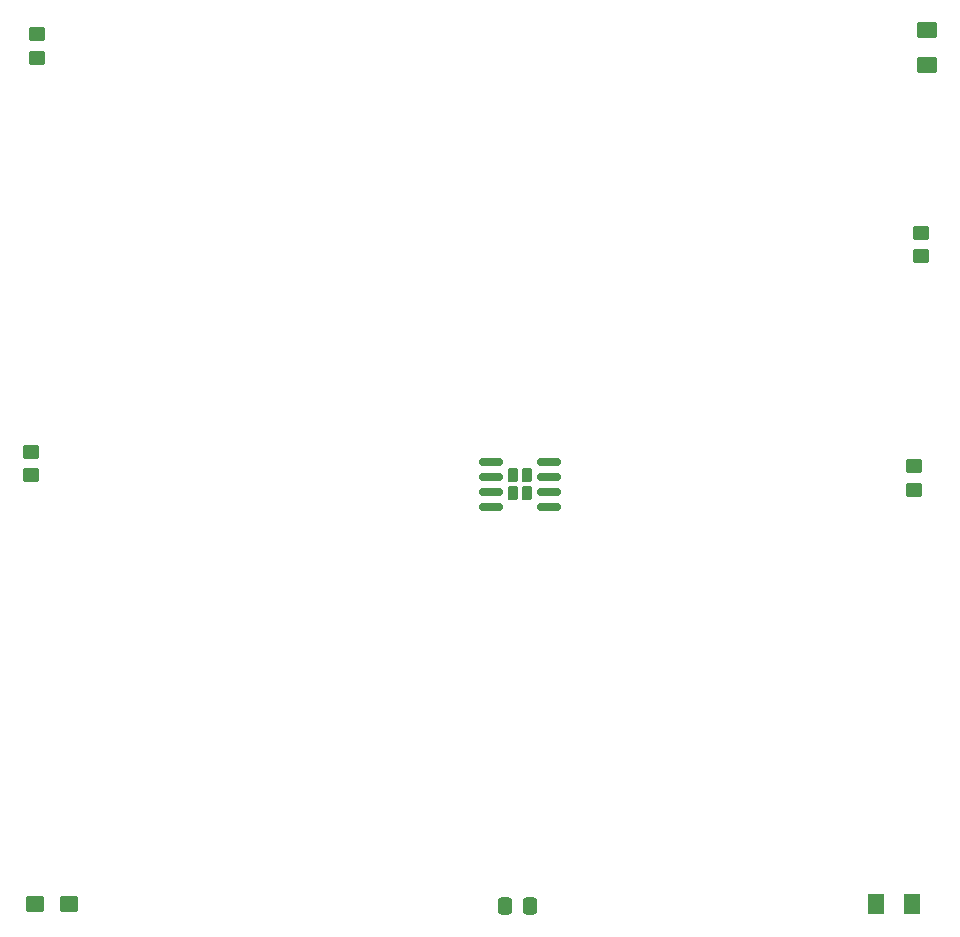
<source format=gbr>
%TF.GenerationSoftware,KiCad,Pcbnew,(6.0.10)*%
%TF.CreationDate,2023-02-17T09:18:58-08:00*%
%TF.ProjectId,PCB layout 2,50434220-6c61-4796-9f75-7420322e6b69,rev?*%
%TF.SameCoordinates,Original*%
%TF.FileFunction,Paste,Top*%
%TF.FilePolarity,Positive*%
%FSLAX46Y46*%
G04 Gerber Fmt 4.6, Leading zero omitted, Abs format (unit mm)*
G04 Created by KiCad (PCBNEW (6.0.10)) date 2023-02-17 09:18:58*
%MOMM*%
%LPD*%
G01*
G04 APERTURE LIST*
G04 Aperture macros list*
%AMRoundRect*
0 Rectangle with rounded corners*
0 $1 Rounding radius*
0 $2 $3 $4 $5 $6 $7 $8 $9 X,Y pos of 4 corners*
0 Add a 4 corners polygon primitive as box body*
4,1,4,$2,$3,$4,$5,$6,$7,$8,$9,$2,$3,0*
0 Add four circle primitives for the rounded corners*
1,1,$1+$1,$2,$3*
1,1,$1+$1,$4,$5*
1,1,$1+$1,$6,$7*
1,1,$1+$1,$8,$9*
0 Add four rect primitives between the rounded corners*
20,1,$1+$1,$2,$3,$4,$5,0*
20,1,$1+$1,$4,$5,$6,$7,0*
20,1,$1+$1,$6,$7,$8,$9,0*
20,1,$1+$1,$8,$9,$2,$3,0*%
G04 Aperture macros list end*
%ADD10RoundRect,0.250000X-0.450000X0.350000X-0.450000X-0.350000X0.450000X-0.350000X0.450000X0.350000X0*%
%ADD11RoundRect,0.250001X0.624999X-0.462499X0.624999X0.462499X-0.624999X0.462499X-0.624999X-0.462499X0*%
%ADD12RoundRect,0.250000X-0.537500X-0.425000X0.537500X-0.425000X0.537500X0.425000X-0.537500X0.425000X0*%
%ADD13RoundRect,0.250001X-0.462499X-0.624999X0.462499X-0.624999X0.462499X0.624999X-0.462499X0.624999X0*%
%ADD14RoundRect,0.250000X-0.337500X-0.475000X0.337500X-0.475000X0.337500X0.475000X-0.337500X0.475000X0*%
%ADD15RoundRect,0.230000X0.230000X0.375000X-0.230000X0.375000X-0.230000X-0.375000X0.230000X-0.375000X0*%
%ADD16RoundRect,0.150000X0.825000X0.150000X-0.825000X0.150000X-0.825000X-0.150000X0.825000X-0.150000X0*%
G04 APERTURE END LIST*
D10*
%TO.C,R3*%
X175225000Y-57420000D03*
X175225000Y-59420000D03*
%TD*%
%TO.C,R1*%
X100350000Y-40640000D03*
X100350000Y-42640000D03*
%TD*%
%TO.C,R2*%
X99865000Y-75971192D03*
X99865000Y-77971192D03*
%TD*%
%TO.C,R4*%
X174635000Y-77204128D03*
X174635000Y-79204128D03*
%TD*%
D11*
%TO.C,D1*%
X175707500Y-43272500D03*
X175707500Y-40297500D03*
%TD*%
D12*
%TO.C,C1*%
X100162500Y-114300000D03*
X103037500Y-114300000D03*
%TD*%
D13*
%TO.C,D2*%
X171432500Y-114300000D03*
X174407500Y-114300000D03*
%TD*%
D14*
%TO.C,C2*%
X140025000Y-114410000D03*
X142100000Y-114410000D03*
%TD*%
D15*
%TO.C,U1*%
X141835000Y-77990000D03*
X140695000Y-79490000D03*
X140695000Y-77990000D03*
X141835000Y-79490000D03*
D16*
X143740000Y-80645000D03*
X143740000Y-79375000D03*
X143740000Y-78105000D03*
X143740000Y-76835000D03*
X138790000Y-76835000D03*
X138790000Y-78105000D03*
X138790000Y-79375000D03*
X138790000Y-80645000D03*
%TD*%
M02*

</source>
